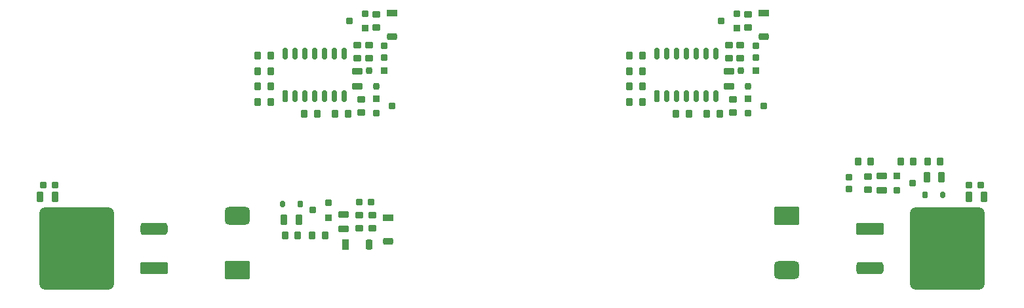
<source format=gtp>
G04*
G04 #@! TF.GenerationSoftware,Altium Limited,Altium Designer,21.1.1 (26)*
G04*
G04 Layer_Color=8421504*
%FSLAX24Y24*%
%MOIN*%
G70*
G04*
G04 #@! TF.SameCoordinates,5E4DD114-A7E0-4D59-9A99-9927C2522E00*
G04*
G04*
G04 #@! TF.FilePolarity,Positive*
G04*
G01*
G75*
G04:AMPARAMS|DCode=16|XSize=35.4mil|YSize=51.2mil|CornerRadius=2.7mil|HoleSize=0mil|Usage=FLASHONLY|Rotation=270.000|XOffset=0mil|YOffset=0mil|HoleType=Round|Shape=RoundedRectangle|*
%AMROUNDEDRECTD16*
21,1,0.0354,0.0459,0,0,270.0*
21,1,0.0301,0.0512,0,0,270.0*
1,1,0.0053,-0.0229,-0.0151*
1,1,0.0053,-0.0229,0.0151*
1,1,0.0053,0.0229,0.0151*
1,1,0.0053,0.0229,-0.0151*
%
%ADD16ROUNDEDRECTD16*%
G04:AMPARAMS|DCode=17|XSize=35.4mil|YSize=51.2mil|CornerRadius=8.9mil|HoleSize=0mil|Usage=FLASHONLY|Rotation=270.000|XOffset=0mil|YOffset=0mil|HoleType=Round|Shape=RoundedRectangle|*
%AMROUNDEDRECTD17*
21,1,0.0354,0.0335,0,0,270.0*
21,1,0.0177,0.0512,0,0,270.0*
1,1,0.0177,-0.0167,-0.0089*
1,1,0.0177,-0.0167,0.0089*
1,1,0.0177,0.0167,0.0089*
1,1,0.0177,0.0167,-0.0089*
%
%ADD17ROUNDEDRECTD17*%
G04:AMPARAMS|DCode=18|XSize=37.4mil|YSize=33.5mil|CornerRadius=5mil|HoleSize=0mil|Usage=FLASHONLY|Rotation=0.000|XOffset=0mil|YOffset=0mil|HoleType=Round|Shape=RoundedRectangle|*
%AMROUNDEDRECTD18*
21,1,0.0374,0.0234,0,0,0.0*
21,1,0.0274,0.0335,0,0,0.0*
1,1,0.0100,0.0137,-0.0117*
1,1,0.0100,-0.0137,-0.0117*
1,1,0.0100,-0.0137,0.0117*
1,1,0.0100,0.0137,0.0117*
%
%ADD18ROUNDEDRECTD18*%
G04:AMPARAMS|DCode=19|XSize=31.5mil|YSize=35.4mil|CornerRadius=7.9mil|HoleSize=0mil|Usage=FLASHONLY|Rotation=90.000|XOffset=0mil|YOffset=0mil|HoleType=Round|Shape=RoundedRectangle|*
%AMROUNDEDRECTD19*
21,1,0.0315,0.0197,0,0,90.0*
21,1,0.0157,0.0354,0,0,90.0*
1,1,0.0157,0.0098,0.0079*
1,1,0.0157,0.0098,-0.0079*
1,1,0.0157,-0.0098,-0.0079*
1,1,0.0157,-0.0098,0.0079*
%
%ADD19ROUNDEDRECTD19*%
G04:AMPARAMS|DCode=20|XSize=31.5mil|YSize=35.4mil|CornerRadius=2.4mil|HoleSize=0mil|Usage=FLASHONLY|Rotation=90.000|XOffset=0mil|YOffset=0mil|HoleType=Round|Shape=RoundedRectangle|*
%AMROUNDEDRECTD20*
21,1,0.0315,0.0307,0,0,90.0*
21,1,0.0268,0.0354,0,0,90.0*
1,1,0.0047,0.0154,0.0134*
1,1,0.0047,0.0154,-0.0134*
1,1,0.0047,-0.0154,-0.0134*
1,1,0.0047,-0.0154,0.0134*
%
%ADD20ROUNDEDRECTD20*%
G04:AMPARAMS|DCode=21|XSize=31.5mil|YSize=31.5mil|CornerRadius=4.7mil|HoleSize=0mil|Usage=FLASHONLY|Rotation=90.000|XOffset=0mil|YOffset=0mil|HoleType=Round|Shape=RoundedRectangle|*
%AMROUNDEDRECTD21*
21,1,0.0315,0.0220,0,0,90.0*
21,1,0.0220,0.0315,0,0,90.0*
1,1,0.0094,0.0110,0.0110*
1,1,0.0094,0.0110,-0.0110*
1,1,0.0094,-0.0110,-0.0110*
1,1,0.0094,-0.0110,0.0110*
%
%ADD21ROUNDEDRECTD21*%
G04:AMPARAMS|DCode=22|XSize=35.4mil|YSize=51.2mil|CornerRadius=5.3mil|HoleSize=0mil|Usage=FLASHONLY|Rotation=90.000|XOffset=0mil|YOffset=0mil|HoleType=Round|Shape=RoundedRectangle|*
%AMROUNDEDRECTD22*
21,1,0.0354,0.0406,0,0,90.0*
21,1,0.0248,0.0512,0,0,90.0*
1,1,0.0106,0.0203,0.0124*
1,1,0.0106,0.0203,-0.0124*
1,1,0.0106,-0.0203,-0.0124*
1,1,0.0106,-0.0203,0.0124*
%
%ADD22ROUNDEDRECTD22*%
G04:AMPARAMS|DCode=23|XSize=31.5mil|YSize=35.4mil|CornerRadius=7.9mil|HoleSize=0mil|Usage=FLASHONLY|Rotation=180.000|XOffset=0mil|YOffset=0mil|HoleType=Round|Shape=RoundedRectangle|*
%AMROUNDEDRECTD23*
21,1,0.0315,0.0197,0,0,180.0*
21,1,0.0157,0.0354,0,0,180.0*
1,1,0.0157,-0.0079,0.0098*
1,1,0.0157,0.0079,0.0098*
1,1,0.0157,0.0079,-0.0098*
1,1,0.0157,-0.0079,-0.0098*
%
%ADD23ROUNDEDRECTD23*%
G04:AMPARAMS|DCode=24|XSize=31.5mil|YSize=35.4mil|CornerRadius=2.4mil|HoleSize=0mil|Usage=FLASHONLY|Rotation=180.000|XOffset=0mil|YOffset=0mil|HoleType=Round|Shape=RoundedRectangle|*
%AMROUNDEDRECTD24*
21,1,0.0315,0.0307,0,0,180.0*
21,1,0.0268,0.0354,0,0,180.0*
1,1,0.0047,-0.0134,0.0154*
1,1,0.0047,0.0134,0.0154*
1,1,0.0047,0.0134,-0.0154*
1,1,0.0047,-0.0134,-0.0154*
%
%ADD24ROUNDEDRECTD24*%
G04:AMPARAMS|DCode=25|XSize=37.4mil|YSize=33.5mil|CornerRadius=5mil|HoleSize=0mil|Usage=FLASHONLY|Rotation=270.000|XOffset=0mil|YOffset=0mil|HoleType=Round|Shape=RoundedRectangle|*
%AMROUNDEDRECTD25*
21,1,0.0374,0.0234,0,0,270.0*
21,1,0.0274,0.0335,0,0,270.0*
1,1,0.0100,-0.0117,-0.0137*
1,1,0.0100,-0.0117,0.0137*
1,1,0.0100,0.0117,0.0137*
1,1,0.0100,0.0117,-0.0137*
%
%ADD25ROUNDEDRECTD25*%
G04:AMPARAMS|DCode=26|XSize=23.6mil|YSize=57.1mil|CornerRadius=5.9mil|HoleSize=0mil|Usage=FLASHONLY|Rotation=180.000|XOffset=0mil|YOffset=0mil|HoleType=Round|Shape=RoundedRectangle|*
%AMROUNDEDRECTD26*
21,1,0.0236,0.0453,0,0,180.0*
21,1,0.0118,0.0571,0,0,180.0*
1,1,0.0118,-0.0059,0.0226*
1,1,0.0118,0.0059,0.0226*
1,1,0.0118,0.0059,-0.0226*
1,1,0.0118,-0.0059,-0.0226*
%
%ADD26ROUNDEDRECTD26*%
G04:AMPARAMS|DCode=27|XSize=23.6mil|YSize=57.1mil|CornerRadius=1.8mil|HoleSize=0mil|Usage=FLASHONLY|Rotation=180.000|XOffset=0mil|YOffset=0mil|HoleType=Round|Shape=RoundedRectangle|*
%AMROUNDEDRECTD27*
21,1,0.0236,0.0535,0,0,180.0*
21,1,0.0201,0.0571,0,0,180.0*
1,1,0.0035,-0.0100,0.0268*
1,1,0.0035,0.0100,0.0268*
1,1,0.0035,0.0100,-0.0268*
1,1,0.0035,-0.0100,-0.0268*
%
%ADD27ROUNDEDRECTD27*%
G04:AMPARAMS|DCode=28|XSize=421.3mil|YSize=378mil|CornerRadius=28.3mil|HoleSize=0mil|Usage=FLASHONLY|Rotation=270.000|XOffset=0mil|YOffset=0mil|HoleType=Round|Shape=RoundedRectangle|*
%AMROUNDEDRECTD28*
21,1,0.4213,0.3213,0,0,270.0*
21,1,0.3646,0.3780,0,0,270.0*
1,1,0.0567,-0.1606,-0.1823*
1,1,0.0567,-0.1606,0.1823*
1,1,0.0567,0.1606,0.1823*
1,1,0.0567,0.1606,-0.1823*
%
%ADD28ROUNDEDRECTD28*%
G04:AMPARAMS|DCode=29|XSize=63mil|YSize=137.8mil|CornerRadius=15.7mil|HoleSize=0mil|Usage=FLASHONLY|Rotation=270.000|XOffset=0mil|YOffset=0mil|HoleType=Round|Shape=RoundedRectangle|*
%AMROUNDEDRECTD29*
21,1,0.0630,0.1063,0,0,270.0*
21,1,0.0315,0.1378,0,0,270.0*
1,1,0.0315,-0.0531,-0.0157*
1,1,0.0315,-0.0531,0.0157*
1,1,0.0315,0.0531,0.0157*
1,1,0.0315,0.0531,-0.0157*
%
%ADD29ROUNDEDRECTD29*%
G04:AMPARAMS|DCode=30|XSize=63mil|YSize=137.8mil|CornerRadius=4.7mil|HoleSize=0mil|Usage=FLASHONLY|Rotation=270.000|XOffset=0mil|YOffset=0mil|HoleType=Round|Shape=RoundedRectangle|*
%AMROUNDEDRECTD30*
21,1,0.0630,0.1283,0,0,270.0*
21,1,0.0535,0.1378,0,0,270.0*
1,1,0.0094,-0.0642,-0.0268*
1,1,0.0094,-0.0642,0.0268*
1,1,0.0094,0.0642,0.0268*
1,1,0.0094,0.0642,-0.0268*
%
%ADD30ROUNDEDRECTD30*%
G04:AMPARAMS|DCode=31|XSize=90.6mil|YSize=129.9mil|CornerRadius=22.6mil|HoleSize=0mil|Usage=FLASHONLY|Rotation=90.000|XOffset=0mil|YOffset=0mil|HoleType=Round|Shape=RoundedRectangle|*
%AMROUNDEDRECTD31*
21,1,0.0906,0.0846,0,0,90.0*
21,1,0.0453,0.1299,0,0,90.0*
1,1,0.0453,0.0423,0.0226*
1,1,0.0453,0.0423,-0.0226*
1,1,0.0453,-0.0423,-0.0226*
1,1,0.0453,-0.0423,0.0226*
%
%ADD31ROUNDEDRECTD31*%
G04:AMPARAMS|DCode=32|XSize=90.6mil|YSize=129.9mil|CornerRadius=6.8mil|HoleSize=0mil|Usage=FLASHONLY|Rotation=90.000|XOffset=0mil|YOffset=0mil|HoleType=Round|Shape=RoundedRectangle|*
%AMROUNDEDRECTD32*
21,1,0.0906,0.1163,0,0,90.0*
21,1,0.0770,0.1299,0,0,90.0*
1,1,0.0136,0.0582,0.0385*
1,1,0.0136,0.0582,-0.0385*
1,1,0.0136,-0.0582,-0.0385*
1,1,0.0136,-0.0582,0.0385*
%
%ADD32ROUNDEDRECTD32*%
G04:AMPARAMS|DCode=33|XSize=35.4mil|YSize=51.2mil|CornerRadius=5.3mil|HoleSize=0mil|Usage=FLASHONLY|Rotation=0.000|XOffset=0mil|YOffset=0mil|HoleType=Round|Shape=RoundedRectangle|*
%AMROUNDEDRECTD33*
21,1,0.0354,0.0406,0,0,0.0*
21,1,0.0248,0.0512,0,0,0.0*
1,1,0.0106,0.0124,-0.0203*
1,1,0.0106,-0.0124,-0.0203*
1,1,0.0106,-0.0124,0.0203*
1,1,0.0106,0.0124,0.0203*
%
%ADD33ROUNDEDRECTD33*%
G04:AMPARAMS|DCode=34|XSize=24.8mil|YSize=32.7mil|CornerRadius=6.2mil|HoleSize=0mil|Usage=FLASHONLY|Rotation=0.000|XOffset=0mil|YOffset=0mil|HoleType=Round|Shape=RoundedRectangle|*
%AMROUNDEDRECTD34*
21,1,0.0248,0.0203,0,0,0.0*
21,1,0.0124,0.0327,0,0,0.0*
1,1,0.0124,0.0062,-0.0101*
1,1,0.0124,-0.0062,-0.0101*
1,1,0.0124,-0.0062,0.0101*
1,1,0.0124,0.0062,0.0101*
%
%ADD34ROUNDEDRECTD34*%
G04:AMPARAMS|DCode=35|XSize=24.8mil|YSize=32.7mil|CornerRadius=1.9mil|HoleSize=0mil|Usage=FLASHONLY|Rotation=0.000|XOffset=0mil|YOffset=0mil|HoleType=Round|Shape=RoundedRectangle|*
%AMROUNDEDRECTD35*
21,1,0.0248,0.0290,0,0,0.0*
21,1,0.0211,0.0327,0,0,0.0*
1,1,0.0037,0.0105,-0.0145*
1,1,0.0037,-0.0105,-0.0145*
1,1,0.0037,-0.0105,0.0145*
1,1,0.0037,0.0105,0.0145*
%
%ADD35ROUNDEDRECTD35*%
G04:AMPARAMS|DCode=36|XSize=31.5mil|YSize=31.5mil|CornerRadius=4.7mil|HoleSize=0mil|Usage=FLASHONLY|Rotation=180.000|XOffset=0mil|YOffset=0mil|HoleType=Round|Shape=RoundedRectangle|*
%AMROUNDEDRECTD36*
21,1,0.0315,0.0220,0,0,180.0*
21,1,0.0220,0.0315,0,0,180.0*
1,1,0.0094,-0.0110,0.0110*
1,1,0.0094,0.0110,0.0110*
1,1,0.0094,0.0110,-0.0110*
1,1,0.0094,-0.0110,-0.0110*
%
%ADD36ROUNDEDRECTD36*%
G04:AMPARAMS|DCode=37|XSize=35.4mil|YSize=51.2mil|CornerRadius=2.7mil|HoleSize=0mil|Usage=FLASHONLY|Rotation=0.000|XOffset=0mil|YOffset=0mil|HoleType=Round|Shape=RoundedRectangle|*
%AMROUNDEDRECTD37*
21,1,0.0354,0.0459,0,0,0.0*
21,1,0.0301,0.0512,0,0,0.0*
1,1,0.0053,0.0151,-0.0229*
1,1,0.0053,-0.0151,-0.0229*
1,1,0.0053,-0.0151,0.0229*
1,1,0.0053,0.0151,0.0229*
%
%ADD37ROUNDEDRECTD37*%
G04:AMPARAMS|DCode=38|XSize=35.4mil|YSize=51.2mil|CornerRadius=8.9mil|HoleSize=0mil|Usage=FLASHONLY|Rotation=0.000|XOffset=0mil|YOffset=0mil|HoleType=Round|Shape=RoundedRectangle|*
%AMROUNDEDRECTD38*
21,1,0.0354,0.0335,0,0,0.0*
21,1,0.0177,0.0512,0,0,0.0*
1,1,0.0177,0.0089,-0.0167*
1,1,0.0177,-0.0089,-0.0167*
1,1,0.0177,-0.0089,0.0167*
1,1,0.0177,0.0089,0.0167*
%
%ADD38ROUNDEDRECTD38*%
D16*
X12795Y-3730D02*
D03*
X-6299Y-14163D02*
D03*
X-6102Y-3730D02*
D03*
D17*
X12795Y-4931D02*
D03*
X-6299Y-15364D02*
D03*
X-6102Y-4931D02*
D03*
D18*
X12008Y-3809D02*
D03*
Y-4459D02*
D03*
X11024Y-5384D02*
D03*
Y-6033D02*
D03*
X11614D02*
D03*
Y-5384D02*
D03*
X11220Y-8140D02*
D03*
Y-8789D02*
D03*
X18110Y-12726D02*
D03*
Y-12077D02*
D03*
X-7087Y-14695D02*
D03*
Y-14045D02*
D03*
X-7776D02*
D03*
Y-14695D02*
D03*
X-7677Y-8789D02*
D03*
Y-8140D02*
D03*
X-7283Y-5384D02*
D03*
Y-6033D02*
D03*
X-7874D02*
D03*
Y-5384D02*
D03*
X-6890Y-4459D02*
D03*
Y-3809D02*
D03*
D19*
X10624Y-4129D02*
D03*
X11424Y-3759D02*
D03*
X12802Y-8470D02*
D03*
X12002Y-8840D02*
D03*
X20380Y-12407D02*
D03*
X19580Y-12777D02*
D03*
X-10144Y-13775D02*
D03*
X-9344Y-13405D02*
D03*
X-6896Y-8840D02*
D03*
X-6096Y-8470D02*
D03*
X-7474Y-3759D02*
D03*
X-8274Y-4129D02*
D03*
D20*
X11424Y-4509D02*
D03*
X12002Y-8090D02*
D03*
X19580Y-12027D02*
D03*
X-9344Y-14155D02*
D03*
X-6896Y-8090D02*
D03*
X-7474Y-4509D02*
D03*
D21*
X12402Y-5413D02*
D03*
Y-6004D02*
D03*
X17126Y-12106D02*
D03*
X17126Y-12697D02*
D03*
X-6496Y-6004D02*
D03*
Y-5413D02*
D03*
D22*
X11024Y-6713D02*
D03*
Y-7461D02*
D03*
X18799Y-12028D02*
D03*
Y-12776D02*
D03*
X-8563Y-14744D02*
D03*
Y-13996D02*
D03*
X-7874Y-7461D02*
D03*
Y-6713D02*
D03*
D23*
X12003Y-7487D02*
D03*
X11633Y-6687D02*
D03*
X-7265D02*
D03*
X-6895Y-7487D02*
D03*
D24*
X12383Y-6687D02*
D03*
X-6515D02*
D03*
D25*
X10561Y-8858D02*
D03*
X9911D02*
D03*
X8337D02*
D03*
X8986D02*
D03*
X5974Y-8268D02*
D03*
X6624D02*
D03*
Y-7480D02*
D03*
X5974D02*
D03*
X6624Y-6693D02*
D03*
X5974D02*
D03*
X6624Y-5906D02*
D03*
X5974D02*
D03*
X18238Y-11319D02*
D03*
X17589D02*
D03*
X20404D02*
D03*
X19754D02*
D03*
X21132D02*
D03*
X21781Y-11319D02*
D03*
X-10896Y-15059D02*
D03*
X-11545Y-15059D02*
D03*
X-9518D02*
D03*
X-10167D02*
D03*
X-8986Y-8858D02*
D03*
X-8337D02*
D03*
X-9911D02*
D03*
X-10561D02*
D03*
X-12274Y-8268D02*
D03*
X-12923D02*
D03*
Y-7480D02*
D03*
X-12274D02*
D03*
X-12923Y-6693D02*
D03*
X-12274D02*
D03*
X-12923Y-5906D02*
D03*
X-12274D02*
D03*
D26*
X9358Y-7963D02*
D03*
X10358Y-5817D02*
D03*
X9858D02*
D03*
X9358D02*
D03*
X10358Y-7963D02*
D03*
X9858D02*
D03*
X8858Y-5817D02*
D03*
X8358D02*
D03*
X7858D02*
D03*
X7358D02*
D03*
X8858Y-7963D02*
D03*
X8358D02*
D03*
X7858D02*
D03*
X-11039Y-7963D02*
D03*
X-10539Y-7963D02*
D03*
X-10039Y-7963D02*
D03*
X-11539Y-5817D02*
D03*
X-11039D02*
D03*
X-10539Y-5817D02*
D03*
X-10039Y-5817D02*
D03*
X-9039Y-7963D02*
D03*
X-8539D02*
D03*
X-9539Y-5817D02*
D03*
X-9039Y-5817D02*
D03*
X-8539D02*
D03*
X-9539Y-7963D02*
D03*
D27*
X7358Y-7963D02*
D03*
X-11539Y-7963D02*
D03*
D28*
X22146Y-15748D02*
D03*
X-22146D02*
D03*
D29*
X18209Y-16748D02*
D03*
X-18209Y-14748D02*
D03*
D30*
X18209D02*
D03*
X-18209Y-16748D02*
D03*
D31*
X13976Y-16831D02*
D03*
X-13976Y-14075D02*
D03*
D32*
X13976D02*
D03*
X-13976Y-16831D02*
D03*
D33*
X21831Y-12106D02*
D03*
X21083D02*
D03*
X23248Y-13091D02*
D03*
X23996D02*
D03*
X-23996D02*
D03*
X-23248D02*
D03*
X-11594Y-14272D02*
D03*
X-10846D02*
D03*
D34*
X21909Y-12992D02*
D03*
X-11673Y-13484D02*
D03*
D35*
X21004Y-12992D02*
D03*
X-10768Y-13484D02*
D03*
D36*
X23228Y-12500D02*
D03*
X23819D02*
D03*
X-23228D02*
D03*
X-23819D02*
D03*
X-7185Y-13386D02*
D03*
X-7776D02*
D03*
D37*
X-8474Y-15551D02*
D03*
D38*
X-7274D02*
D03*
M02*

</source>
